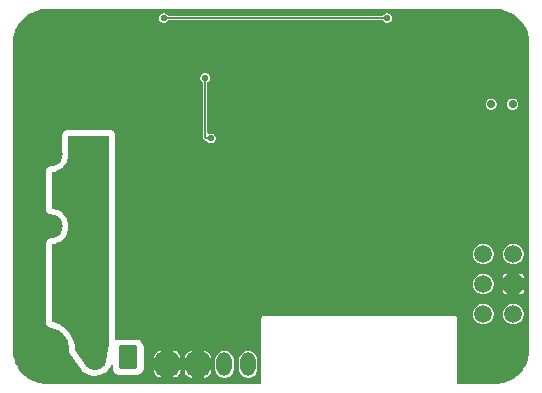
<source format=gbl>
G04*
G04 #@! TF.GenerationSoftware,Altium Limited,Altium Designer,20.1.8 (145)*
G04*
G04 Layer_Physical_Order=2*
G04 Layer_Color=16711680*
%FSAX44Y44*%
%MOMM*%
G71*
G04*
G04 #@! TF.SameCoordinates,4BD3250C-79EC-4D4E-AA4E-9321392E63C2*
G04*
G04*
G04 #@! TF.FilePolarity,Positive*
G04*
G01*
G75*
%ADD13C,0.1270*%
%ADD37C,1.0000*%
%ADD59C,1.5000*%
G04:AMPARAMS|DCode=60|XSize=1.5mm|YSize=1.5mm|CornerRadius=0.15mm|HoleSize=0mm|Usage=FLASHONLY|Rotation=180.000|XOffset=0mm|YOffset=0mm|HoleType=Round|Shape=RoundedRectangle|*
%AMROUNDEDRECTD60*
21,1,1.5000,1.2000,0,0,180.0*
21,1,1.2000,1.5000,0,0,180.0*
1,1,0.3000,-0.6000,0.6000*
1,1,0.3000,0.6000,0.6000*
1,1,0.3000,0.6000,-0.6000*
1,1,0.3000,-0.6000,-0.6000*
%
%ADD60ROUNDEDRECTD60*%
%ADD67O,4.0000X2.0000*%
%ADD68C,0.7000*%
%ADD69C,3.8000*%
%ADD70C,0.6700*%
G04:AMPARAMS|DCode=71|XSize=1.3mm|YSize=2mm|CornerRadius=0.65mm|HoleSize=0mm|Usage=FLASHONLY|Rotation=0.000|XOffset=0mm|YOffset=0mm|HoleType=Round|Shape=RoundedRectangle|*
%AMROUNDEDRECTD71*
21,1,1.3000,0.7000,0,0,0.0*
21,1,0.0000,2.0000,0,0,0.0*
1,1,1.3000,0.0000,-0.3500*
1,1,1.3000,0.0000,-0.3500*
1,1,1.3000,0.0000,0.3500*
1,1,1.3000,0.0000,0.3500*
%
%ADD71ROUNDEDRECTD71*%
G04:AMPARAMS|DCode=72|XSize=2mm|YSize=2mm|CornerRadius=0.5mm|HoleSize=0mm|Usage=FLASHONLY|Rotation=0.000|XOffset=0mm|YOffset=0mm|HoleType=Round|Shape=RoundedRectangle|*
%AMROUNDEDRECTD72*
21,1,2.0000,1.0000,0,0,0.0*
21,1,1.0000,2.0000,0,0,0.0*
1,1,1.0000,0.5000,-0.5000*
1,1,1.0000,-0.5000,-0.5000*
1,1,1.0000,-0.5000,0.5000*
1,1,1.0000,0.5000,0.5000*
%
%ADD72ROUNDEDRECTD72*%
G04:AMPARAMS|DCode=73|XSize=1.6mm|YSize=2mm|CornerRadius=0.16mm|HoleSize=0mm|Usage=FLASHONLY|Rotation=0.000|XOffset=0mm|YOffset=0mm|HoleType=Round|Shape=RoundedRectangle|*
%AMROUNDEDRECTD73*
21,1,1.6000,1.6800,0,0,0.0*
21,1,1.2800,2.0000,0,0,0.0*
1,1,0.3200,0.6400,-0.8400*
1,1,0.3200,-0.6400,-0.8400*
1,1,0.3200,-0.6400,0.8400*
1,1,0.3200,0.6400,0.8400*
%
%ADD73ROUNDEDRECTD73*%
%ADD74C,1.8000*%
%ADD75C,0.6600*%
%ADD76C,0.5600*%
G36*
X00030000Y00318591D02*
X00410000D01*
X00410051Y00318598D01*
X00412244Y00318512D01*
X00414474Y00318248D01*
X00416676Y00317809D01*
X00418838Y00317200D01*
X00420945Y00316423D01*
X00422984Y00315483D01*
X00424943Y00314385D01*
X00426810Y00313138D01*
X00428574Y00311747D01*
X00430223Y00310223D01*
X00431747Y00308574D01*
X00433138Y00306810D01*
X00434385Y00304943D01*
X00435482Y00302984D01*
X00436423Y00300945D01*
X00437200Y00298838D01*
X00437809Y00296677D01*
X00438247Y00294474D01*
X00438512Y00292244D01*
X00438550Y00291260D01*
X00438591Y00290000D01*
X00438591Y00290000D01*
X00438591Y00288761D01*
Y00030000D01*
X00438598Y00029949D01*
X00438512Y00027756D01*
X00438247Y00025526D01*
X00437809Y00023324D01*
X00437200Y00021162D01*
X00436423Y00019055D01*
X00435482Y00017016D01*
X00434385Y00015057D01*
X00433138Y00013190D01*
X00431747Y00011426D01*
X00430223Y00009777D01*
X00428574Y00008253D01*
X00426810Y00006862D01*
X00424943Y00005615D01*
X00422984Y00004518D01*
X00420945Y00003577D01*
X00418838Y00002800D01*
X00416676Y00002191D01*
X00414474Y00001752D01*
X00412244Y00001488D01*
X00411263Y00001450D01*
X00410000Y00001409D01*
X00410000Y00001409D01*
X00408752Y00001409D01*
X00377494D01*
Y00057227D01*
X00377396Y00057722D01*
X00377115Y00058142D01*
X00376695Y00058423D01*
X00376200Y00058522D01*
X00213121D01*
X00212626Y00058423D01*
X00212206Y00058142D01*
X00211925Y00057722D01*
X00211827Y00057227D01*
Y00001409D01*
X00030000D01*
X00029949Y00001402D01*
X00027756Y00001488D01*
X00025526Y00001752D01*
X00023324Y00002191D01*
X00021162Y00002800D01*
X00019055Y00003577D01*
X00017016Y00004518D01*
X00015057Y00005615D01*
X00013190Y00006862D01*
X00011426Y00008253D01*
X00009777Y00009777D01*
X00008253Y00011426D01*
X00006862Y00013190D01*
X00005615Y00015057D01*
X00004518Y00017016D01*
X00003577Y00019055D01*
X00002800Y00021162D01*
X00002191Y00023324D01*
X00001752Y00025526D01*
X00001488Y00027756D01*
X00001402Y00029949D01*
X00001409Y00030000D01*
Y00290223D01*
X00001488Y00292244D01*
X00001752Y00294474D01*
X00002191Y00296677D01*
X00002800Y00298838D01*
X00003577Y00300945D01*
X00004518Y00302984D01*
X00005615Y00304943D01*
X00006862Y00306810D01*
X00008253Y00308574D01*
X00009777Y00310223D01*
X00011426Y00311747D01*
X00013190Y00313138D01*
X00015057Y00314385D01*
X00017016Y00315483D01*
X00019055Y00316423D01*
X00021162Y00317200D01*
X00023324Y00317809D01*
X00025526Y00318248D01*
X00027756Y00318512D01*
X00029949Y00318598D01*
X00030000Y00318591D01*
D02*
G37*
%LPC*%
G36*
X00318314Y00315070D02*
X00317516Y00314991D01*
X00316749Y00314758D01*
X00316042Y00314380D01*
X00315422Y00313872D01*
X00314914Y00313252D01*
X00314727Y00312901D01*
X00132740Y00312901D01*
X00132552Y00313252D01*
X00132044Y00313872D01*
X00131424Y00314380D01*
X00130717Y00314758D01*
X00129950Y00314991D01*
X00129152Y00315070D01*
X00128354Y00314991D01*
X00127587Y00314758D01*
X00126880Y00314380D01*
X00126260Y00313872D01*
X00125752Y00313252D01*
X00125374Y00312545D01*
X00125141Y00311778D01*
X00125062Y00310980D01*
X00125141Y00310182D01*
X00125374Y00309415D01*
X00125752Y00308708D01*
X00126260Y00308088D01*
X00126880Y00307579D01*
X00127587Y00307201D01*
X00128354Y00306969D01*
X00129152Y00306890D01*
X00129950Y00306969D01*
X00130717Y00307201D01*
X00131424Y00307579D01*
X00132044Y00308088D01*
X00132552Y00308708D01*
X00132740Y00309058D01*
X00314727Y00309058D01*
X00314914Y00308708D01*
X00315422Y00308088D01*
X00316042Y00307579D01*
X00316749Y00307201D01*
X00317516Y00306969D01*
X00318314Y00306890D01*
X00319112Y00306969D01*
X00319879Y00307201D01*
X00320587Y00307579D01*
X00321206Y00308088D01*
X00321715Y00308708D01*
X00322093Y00309415D01*
X00322325Y00310182D01*
X00322404Y00310980D01*
X00322325Y00311778D01*
X00322093Y00312545D01*
X00321715Y00313252D01*
X00321206Y00313872D01*
X00320587Y00314380D01*
X00319879Y00314758D01*
X00319112Y00314991D01*
X00318314Y00315070D01*
D02*
G37*
G36*
X00145760Y00283670D02*
X00144780Y00283574D01*
X00143838Y00283288D01*
X00142969Y00282824D01*
X00142208Y00282199D01*
X00141583Y00281437D01*
X00141119Y00280569D01*
X00140833Y00279626D01*
X00140736Y00278646D01*
X00140833Y00277666D01*
X00141119Y00276723D01*
X00141583Y00275855D01*
X00142208Y00275093D01*
X00142969Y00274469D01*
X00143838Y00274004D01*
X00144780Y00273718D01*
X00145760Y00273622D01*
X00146741Y00273718D01*
X00147683Y00274004D01*
X00148552Y00274469D01*
X00149313Y00275093D01*
X00149938Y00275855D01*
X00150402Y00276723D01*
X00150688Y00277666D01*
X00150785Y00278646D01*
X00150688Y00279626D01*
X00150402Y00280569D01*
X00149938Y00281437D01*
X00149313Y00282199D01*
X00148552Y00282824D01*
X00147683Y00283288D01*
X00146741Y00283574D01*
X00145760Y00283670D01*
D02*
G37*
G36*
X00424384Y00242793D02*
X00423449Y00242701D01*
X00422550Y00242428D01*
X00421721Y00241985D01*
X00420995Y00241389D01*
X00420399Y00240663D01*
X00419956Y00239834D01*
X00419683Y00238935D01*
X00419591Y00238000D01*
X00419683Y00237065D01*
X00419956Y00236166D01*
X00420399Y00235337D01*
X00420995Y00234611D01*
X00421721Y00234015D01*
X00422550Y00233572D01*
X00423449Y00233299D01*
X00424384Y00233207D01*
X00425319Y00233299D01*
X00426218Y00233572D01*
X00427047Y00234015D01*
X00427773Y00234611D01*
X00428369Y00235337D01*
X00428812Y00236166D01*
X00429085Y00237065D01*
X00429177Y00238000D01*
X00429085Y00238935D01*
X00428812Y00239834D01*
X00428369Y00240663D01*
X00427773Y00241389D01*
X00427047Y00241985D01*
X00426218Y00242428D01*
X00425319Y00242701D01*
X00424384Y00242793D01*
D02*
G37*
G36*
X00406384D02*
X00405449Y00242701D01*
X00404550Y00242428D01*
X00403721Y00241985D01*
X00402995Y00241389D01*
X00402399Y00240663D01*
X00401956Y00239834D01*
X00401683Y00238935D01*
X00401591Y00238000D01*
X00401683Y00237065D01*
X00401956Y00236166D01*
X00402399Y00235337D01*
X00402995Y00234611D01*
X00403721Y00234015D01*
X00404550Y00233572D01*
X00405449Y00233299D01*
X00406384Y00233207D01*
X00407319Y00233299D01*
X00408218Y00233572D01*
X00409047Y00234015D01*
X00409773Y00234611D01*
X00410369Y00235337D01*
X00410812Y00236166D01*
X00411085Y00237065D01*
X00411177Y00238000D01*
X00411085Y00238935D01*
X00410812Y00239834D01*
X00410369Y00240663D01*
X00409773Y00241389D01*
X00409047Y00241985D01*
X00408218Y00242428D01*
X00407319Y00242701D01*
X00406384Y00242793D01*
D02*
G37*
G36*
X00164159Y00264338D02*
X00163361Y00264259D01*
X00162594Y00264026D01*
X00161887Y00263648D01*
X00161267Y00263140D01*
X00160759Y00262520D01*
X00160381Y00261813D01*
X00160148Y00261046D01*
X00160069Y00260248D01*
X00160148Y00259450D01*
X00160381Y00258683D01*
X00160759Y00257976D01*
X00161267Y00257356D01*
X00161887Y00256847D01*
X00162238Y00256660D01*
Y00209884D01*
X00162238Y00209884D01*
X00162303Y00209387D01*
X00162495Y00208923D01*
X00162800Y00208525D01*
X00163522Y00207803D01*
X00163523Y00207803D01*
X00163921Y00207498D01*
X00164384Y00207306D01*
X00164881Y00207240D01*
X00164881Y00207240D01*
X00165411D01*
X00165599Y00206890D01*
X00166107Y00206270D01*
X00166727Y00205761D01*
X00167434Y00205383D01*
X00168201Y00205151D01*
X00168999Y00205072D01*
X00169797Y00205151D01*
X00170564Y00205383D01*
X00171271Y00205761D01*
X00171891Y00206270D01*
X00172399Y00206890D01*
X00172777Y00207597D01*
X00173010Y00208364D01*
X00173089Y00209162D01*
X00173010Y00209960D01*
X00172777Y00210727D01*
X00172399Y00211434D01*
X00171891Y00212054D01*
X00171271Y00212562D01*
X00170564Y00212940D01*
X00169797Y00213173D01*
X00168999Y00213251D01*
X00168201Y00213173D01*
X00167434Y00212940D01*
X00167351Y00212896D01*
X00166080Y00213624D01*
Y00256660D01*
X00166431Y00256847D01*
X00167051Y00257356D01*
X00167560Y00257976D01*
X00167938Y00258683D01*
X00168170Y00259450D01*
X00168249Y00260248D01*
X00168170Y00261046D01*
X00167938Y00261813D01*
X00167560Y00262520D01*
X00167051Y00263140D01*
X00166431Y00263648D01*
X00165724Y00264026D01*
X00164957Y00264259D01*
X00164159Y00264338D01*
D02*
G37*
G36*
X00425066Y00120021D02*
X00423919Y00119946D01*
X00422791Y00119721D01*
X00421703Y00119352D01*
X00420672Y00118843D01*
X00419716Y00118205D01*
X00418851Y00117447D01*
X00418093Y00116582D01*
X00417455Y00115626D01*
X00416946Y00114595D01*
X00416577Y00113507D01*
X00416352Y00112379D01*
X00416277Y00111232D01*
X00416352Y00110085D01*
X00416577Y00108957D01*
X00416946Y00107869D01*
X00417455Y00106838D01*
X00418093Y00105882D01*
X00418851Y00105017D01*
X00419716Y00104259D01*
X00420672Y00103621D01*
X00421703Y00103112D01*
X00422791Y00102743D01*
X00423919Y00102518D01*
X00425066Y00102443D01*
X00426213Y00102518D01*
X00427341Y00102743D01*
X00428429Y00103112D01*
X00429460Y00103621D01*
X00430416Y00104259D01*
X00431281Y00105017D01*
X00432039Y00105882D01*
X00432677Y00106838D01*
X00433186Y00107869D01*
X00433555Y00108957D01*
X00433780Y00110085D01*
X00433855Y00111232D01*
X00433780Y00112379D01*
X00433555Y00113507D01*
X00433186Y00114595D01*
X00432677Y00115626D01*
X00432039Y00116582D01*
X00431281Y00117447D01*
X00430416Y00118205D01*
X00429460Y00118843D01*
X00428429Y00119352D01*
X00427341Y00119721D01*
X00426213Y00119946D01*
X00425066Y00120021D01*
D02*
G37*
G36*
X00399666D02*
X00398519Y00119946D01*
X00397391Y00119721D01*
X00396303Y00119352D01*
X00395272Y00118843D01*
X00394316Y00118205D01*
X00393451Y00117447D01*
X00392693Y00116582D01*
X00392055Y00115626D01*
X00391546Y00114595D01*
X00391177Y00113507D01*
X00390952Y00112379D01*
X00390877Y00111232D01*
X00390952Y00110085D01*
X00391177Y00108957D01*
X00391546Y00107869D01*
X00392055Y00106838D01*
X00392693Y00105882D01*
X00393451Y00105017D01*
X00394316Y00104259D01*
X00395272Y00103621D01*
X00396303Y00103112D01*
X00397391Y00102743D01*
X00398519Y00102518D01*
X00399666Y00102443D01*
X00400813Y00102518D01*
X00401941Y00102743D01*
X00403029Y00103112D01*
X00404060Y00103621D01*
X00405016Y00104259D01*
X00405881Y00105017D01*
X00406639Y00105882D01*
X00407277Y00106838D01*
X00407786Y00107869D01*
X00408155Y00108957D01*
X00408380Y00110085D01*
X00408455Y00111232D01*
X00408380Y00112379D01*
X00408155Y00113507D01*
X00407786Y00114595D01*
X00407277Y00115626D01*
X00406639Y00116582D01*
X00405881Y00117447D01*
X00405016Y00118205D01*
X00404060Y00118843D01*
X00403029Y00119352D01*
X00401941Y00119721D01*
X00400813Y00119946D01*
X00399666Y00120021D01*
D02*
G37*
G36*
X00431066Y00094626D02*
X00430146D01*
Y00090912D01*
X00433860D01*
Y00091832D01*
X00433765Y00092555D01*
X00433486Y00093229D01*
X00433042Y00093808D01*
X00432463Y00094252D01*
X00431789Y00094531D01*
X00431066Y00094626D01*
D02*
G37*
G36*
X00419986D02*
X00419066D01*
X00418343Y00094531D01*
X00417669Y00094252D01*
X00417090Y00093808D01*
X00416646Y00093229D01*
X00416367Y00092555D01*
X00416272Y00091832D01*
Y00090912D01*
X00419986D01*
Y00094626D01*
D02*
G37*
G36*
X00399666Y00094621D02*
X00398519Y00094546D01*
X00397391Y00094321D01*
X00396303Y00093952D01*
X00395272Y00093443D01*
X00394316Y00092805D01*
X00393451Y00092047D01*
X00392693Y00091182D01*
X00392055Y00090226D01*
X00391546Y00089195D01*
X00391177Y00088107D01*
X00390952Y00086979D01*
X00390877Y00085832D01*
X00390952Y00084685D01*
X00391177Y00083557D01*
X00391546Y00082469D01*
X00392055Y00081438D01*
X00392693Y00080482D01*
X00393451Y00079617D01*
X00394316Y00078859D01*
X00395272Y00078221D01*
X00396303Y00077712D01*
X00397391Y00077343D01*
X00398519Y00077118D01*
X00399666Y00077043D01*
X00400813Y00077118D01*
X00401941Y00077343D01*
X00403029Y00077712D01*
X00404060Y00078221D01*
X00405016Y00078859D01*
X00405881Y00079617D01*
X00406639Y00080482D01*
X00407277Y00081438D01*
X00407786Y00082469D01*
X00408155Y00083557D01*
X00408380Y00084685D01*
X00408455Y00085832D01*
X00408380Y00086979D01*
X00408155Y00088107D01*
X00407786Y00089195D01*
X00407277Y00090226D01*
X00406639Y00091182D01*
X00405881Y00092047D01*
X00405016Y00092805D01*
X00404060Y00093443D01*
X00403029Y00093952D01*
X00401941Y00094321D01*
X00400813Y00094546D01*
X00399666Y00094621D01*
D02*
G37*
G36*
X00433860Y00080752D02*
X00430146D01*
Y00077038D01*
X00431066D01*
X00431789Y00077133D01*
X00432463Y00077412D01*
X00433042Y00077856D01*
X00433486Y00078435D01*
X00433765Y00079109D01*
X00433860Y00079832D01*
Y00080752D01*
D02*
G37*
G36*
X00419986D02*
X00416272D01*
Y00079832D01*
X00416367Y00079109D01*
X00416646Y00078435D01*
X00417090Y00077856D01*
X00417669Y00077412D01*
X00418343Y00077133D01*
X00419066Y00077038D01*
X00419986D01*
Y00080752D01*
D02*
G37*
G36*
X00425066Y00069221D02*
X00423919Y00069146D01*
X00422791Y00068921D01*
X00421703Y00068552D01*
X00420672Y00068043D01*
X00419716Y00067405D01*
X00418851Y00066647D01*
X00418093Y00065782D01*
X00417455Y00064826D01*
X00416946Y00063795D01*
X00416577Y00062707D01*
X00416352Y00061579D01*
X00416277Y00060432D01*
X00416352Y00059285D01*
X00416577Y00058157D01*
X00416946Y00057069D01*
X00417455Y00056038D01*
X00418093Y00055082D01*
X00418851Y00054217D01*
X00419716Y00053459D01*
X00420672Y00052821D01*
X00421703Y00052312D01*
X00422791Y00051943D01*
X00423919Y00051718D01*
X00425066Y00051643D01*
X00426213Y00051718D01*
X00427341Y00051943D01*
X00428429Y00052312D01*
X00429460Y00052821D01*
X00430416Y00053459D01*
X00431281Y00054217D01*
X00432039Y00055082D01*
X00432677Y00056038D01*
X00433186Y00057069D01*
X00433555Y00058157D01*
X00433780Y00059285D01*
X00433855Y00060432D01*
X00433780Y00061579D01*
X00433555Y00062707D01*
X00433186Y00063795D01*
X00432677Y00064826D01*
X00432039Y00065782D01*
X00431281Y00066647D01*
X00430416Y00067405D01*
X00429460Y00068043D01*
X00428429Y00068552D01*
X00427341Y00068921D01*
X00426213Y00069146D01*
X00425066Y00069221D01*
D02*
G37*
G36*
X00399666D02*
X00398519Y00069146D01*
X00397391Y00068921D01*
X00396303Y00068552D01*
X00395272Y00068043D01*
X00394316Y00067405D01*
X00393451Y00066647D01*
X00392693Y00065782D01*
X00392055Y00064826D01*
X00391546Y00063795D01*
X00391177Y00062707D01*
X00390952Y00061579D01*
X00390877Y00060432D01*
X00390952Y00059285D01*
X00391177Y00058157D01*
X00391546Y00057069D01*
X00392055Y00056038D01*
X00392693Y00055082D01*
X00393451Y00054217D01*
X00394316Y00053459D01*
X00395272Y00052821D01*
X00396303Y00052312D01*
X00397391Y00051943D01*
X00398519Y00051718D01*
X00399666Y00051643D01*
X00400813Y00051718D01*
X00401941Y00051943D01*
X00403029Y00052312D01*
X00404060Y00052821D01*
X00405016Y00053459D01*
X00405881Y00054217D01*
X00406639Y00055082D01*
X00407277Y00056038D01*
X00407786Y00057069D01*
X00408155Y00058157D01*
X00408380Y00059285D01*
X00408455Y00060432D01*
X00408380Y00061579D01*
X00408155Y00062707D01*
X00407786Y00063795D01*
X00407277Y00064826D01*
X00406639Y00065782D01*
X00405881Y00066647D01*
X00405016Y00067405D01*
X00404060Y00068043D01*
X00403029Y00068552D01*
X00401941Y00068921D01*
X00400813Y00069146D01*
X00399666Y00069221D01*
D02*
G37*
G36*
X00137140Y00029287D02*
Y00023084D01*
X00143343D01*
X00143272Y00023988D01*
X00143042Y00024948D01*
X00142664Y00025859D01*
X00142148Y00026701D01*
X00141507Y00027451D01*
X00140757Y00028092D01*
X00139915Y00028608D01*
X00139004Y00028986D01*
X00138044Y00029216D01*
X00137140Y00029287D01*
D02*
G37*
G36*
X00126980D02*
X00126076Y00029216D01*
X00125117Y00028986D01*
X00124205Y00028608D01*
X00123363Y00028092D01*
X00122613Y00027451D01*
X00121972Y00026701D01*
X00121456Y00025859D01*
X00121078Y00024948D01*
X00120848Y00023988D01*
X00120777Y00023084D01*
X00126980D01*
Y00029287D01*
D02*
G37*
G36*
X00163048Y00029033D02*
Y00022830D01*
X00169251D01*
X00169180Y00023734D01*
X00168950Y00024694D01*
X00168572Y00025605D01*
X00168056Y00026447D01*
X00167415Y00027197D01*
X00166665Y00027838D01*
X00165823Y00028354D01*
X00164912Y00028732D01*
X00163952Y00028962D01*
X00163048Y00029033D01*
D02*
G37*
G36*
X00152888D02*
X00151984Y00028962D01*
X00151025Y00028732D01*
X00150113Y00028354D01*
X00149271Y00027838D01*
X00148521Y00027197D01*
X00147880Y00026447D01*
X00147364Y00025605D01*
X00146986Y00024694D01*
X00146756Y00023734D01*
X00146685Y00022830D01*
X00152888D01*
Y00029033D01*
D02*
G37*
G36*
X00083038Y00216486D02*
X00048362D01*
X00047366Y00216388D01*
X00046409Y00216098D01*
X00045526Y00215626D01*
X00044752Y00214991D01*
X00044118Y00214218D01*
X00043646Y00213335D01*
X00043355Y00212378D01*
X00043257Y00211382D01*
Y00195789D01*
X00043257Y00195788D01*
X00043178Y00194383D01*
X00042991Y00193279D01*
X00042681Y00192202D01*
X00042252Y00191167D01*
X00041710Y00190187D01*
X00041061Y00189273D01*
X00040315Y00188437D01*
X00039479Y00187691D01*
X00038565Y00187042D01*
X00037585Y00186500D01*
X00036550Y00186072D01*
X00035473Y00185761D01*
X00034369Y00185574D01*
X00034082Y00185558D01*
X00033728Y00185503D01*
X00033372Y00185467D01*
X00033235Y00185426D01*
X00033093Y00185404D01*
X00032757Y00185281D01*
X00032415Y00185177D01*
X00032288Y00185109D01*
X00032153Y00185060D01*
X00031848Y00184874D01*
X00031532Y00184705D01*
X00031421Y00184614D01*
X00031299Y00184540D01*
X00031035Y00184298D01*
X00030759Y00184070D01*
X00030668Y00183960D01*
X00030562Y00183862D01*
X00030351Y00183574D01*
X00030124Y00183297D01*
X00030056Y00183170D01*
X00029971Y00183055D01*
X00029821Y00182730D01*
X00029652Y00182414D01*
X00029610Y00182277D01*
X00029550Y00182147D01*
X00029465Y00181800D01*
X00029362Y00181457D01*
X00029348Y00181314D01*
X00029314Y00181175D01*
X00029299Y00180817D01*
X00029264Y00180461D01*
Y00149545D01*
X00029299Y00149189D01*
X00029314Y00148832D01*
X00029348Y00148692D01*
X00029362Y00148549D01*
X00029465Y00148207D01*
X00029550Y00147859D01*
X00029610Y00147729D01*
X00029652Y00147592D01*
X00029821Y00147276D01*
X00029971Y00146952D01*
X00030056Y00146836D01*
X00030124Y00146709D01*
X00030351Y00146433D01*
X00030562Y00146144D01*
X00030668Y00146046D01*
X00030759Y00145936D01*
X00031035Y00145709D01*
X00031299Y00145466D01*
X00031421Y00145392D01*
X00031532Y00145301D01*
X00031848Y00145132D01*
X00032153Y00144946D01*
X00032288Y00144897D01*
X00032415Y00144829D01*
X00032757Y00144725D01*
X00033093Y00144602D01*
X00033235Y00144580D01*
X00033372Y00144539D01*
X00033728Y00144504D01*
X00034082Y00144449D01*
X00034369Y00144432D01*
X00035473Y00144245D01*
X00036550Y00143935D01*
X00037585Y00143506D01*
X00038565Y00142964D01*
X00039479Y00142316D01*
X00040315Y00141569D01*
X00041061Y00140733D01*
X00041710Y00139820D01*
X00042252Y00138839D01*
X00042681Y00137804D01*
X00042991Y00136727D01*
X00043178Y00135623D01*
X00043241Y00134504D01*
X00043178Y00133385D01*
X00042991Y00132281D01*
X00042681Y00131204D01*
X00042252Y00130169D01*
X00041710Y00129189D01*
X00041061Y00128275D01*
X00040315Y00127439D01*
X00039479Y00126693D01*
X00038565Y00126044D01*
X00037585Y00125503D01*
X00036550Y00125074D01*
X00035473Y00124763D01*
X00034369Y00124576D01*
X00034082Y00124560D01*
X00033728Y00124505D01*
X00033372Y00124470D01*
X00033235Y00124428D01*
X00033093Y00124406D01*
X00032757Y00124283D01*
X00032415Y00124179D01*
X00032288Y00124112D01*
X00032153Y00124062D01*
X00031848Y00123876D01*
X00031532Y00123708D01*
X00031421Y00123616D01*
X00031299Y00123542D01*
X00031035Y00123300D01*
X00030759Y00123073D01*
X00030668Y00122962D01*
X00030562Y00122865D01*
X00030351Y00122576D01*
X00030124Y00122299D01*
X00030056Y00122173D01*
X00029971Y00122057D01*
X00029821Y00121732D01*
X00029652Y00121417D01*
X00029610Y00121279D01*
X00029550Y00121149D01*
X00029465Y00120802D01*
X00029362Y00120459D01*
X00029348Y00120316D01*
X00029314Y00120177D01*
X00029299Y00119819D01*
X00029264Y00119463D01*
Y00053696D01*
X00029307Y00053254D01*
X00029341Y00052810D01*
X00029356Y00052756D01*
X00029362Y00052700D01*
X00029490Y00052276D01*
X00029611Y00051846D01*
X00029636Y00051796D01*
X00029652Y00051743D01*
X00029861Y00051351D01*
X00030063Y00050954D01*
X00030097Y00050910D01*
X00030124Y00050860D01*
X00030406Y00050516D01*
X00030681Y00050166D01*
X00030723Y00050130D01*
X00030759Y00050087D01*
X00031103Y00049804D01*
X00031440Y00049515D01*
X00031489Y00049488D01*
X00031532Y00049452D01*
X00031925Y00049242D01*
X00032312Y00049024D01*
X00032365Y00049007D01*
X00032415Y00048980D01*
X00032840Y00048851D01*
X00033263Y00048713D01*
X00034916Y00048346D01*
X00036496Y00047848D01*
X00038027Y00047214D01*
X00039497Y00046449D01*
X00040894Y00045559D01*
X00042209Y00044550D01*
X00043430Y00043430D01*
X00044550Y00042209D01*
X00045559Y00040894D01*
X00046449Y00039497D01*
X00047214Y00038027D01*
X00047848Y00036496D01*
X00048346Y00034916D01*
X00048705Y00033298D01*
X00048921Y00031655D01*
X00048994Y00030000D01*
X00048983Y00029764D01*
X00048991Y00029621D01*
X00048979Y00029479D01*
X00049018Y00029123D01*
X00049038Y00028765D01*
X00049073Y00028626D01*
X00049089Y00028484D01*
X00049197Y00028142D01*
X00049286Y00027795D01*
X00049348Y00027667D01*
X00049391Y00027530D01*
X00049564Y00027216D01*
X00049719Y00026893D01*
X00049805Y00026779D01*
X00049874Y00026654D01*
X00058705Y00013781D01*
X00058921Y00013523D01*
X00059121Y00013252D01*
X00059580Y00012742D01*
X00059830Y00012514D01*
X00060065Y00012271D01*
X00061111Y00011381D01*
X00061389Y00011188D01*
X00061654Y00010978D01*
X00062808Y00010234D01*
X00063109Y00010080D01*
X00063400Y00009906D01*
X00064642Y00009322D01*
X00064961Y00009208D01*
X00065272Y00009075D01*
X00066581Y00008660D01*
X00066912Y00008589D01*
X00067237Y00008498D01*
X00068590Y00008260D01*
X00068927Y00008234D01*
X00069262Y00008187D01*
X00070634Y00008129D01*
X00070971Y00008148D01*
X00071310Y00008145D01*
X00072677Y00008269D01*
X00073009Y00008333D01*
X00073345Y00008375D01*
X00074684Y00008679D01*
X00075005Y00008786D01*
X00075332Y00008872D01*
X00076619Y00009350D01*
X00076924Y00009498D01*
X00077236Y00009627D01*
X00078449Y00010271D01*
X00078731Y00010458D01*
X00079024Y00010627D01*
X00080141Y00011426D01*
X00080395Y00011649D01*
X00080664Y00011855D01*
X00081665Y00012794D01*
X00081888Y00013049D01*
X00082127Y00013289D01*
X00082995Y00014352D01*
X00083182Y00014634D01*
X00083387Y00014903D01*
X00084107Y00016072D01*
X00084256Y00016376D01*
X00084423Y00016670D01*
X00084721Y00017339D01*
X00085991Y00017068D01*
Y00015192D01*
X00086074Y00014144D01*
X00086319Y00013121D01*
X00086722Y00012150D01*
X00087271Y00011253D01*
X00087954Y00010454D01*
X00088753Y00009771D01*
X00089650Y00009222D01*
X00090621Y00008819D01*
X00091644Y00008574D01*
X00092692Y00008491D01*
X00105492D01*
X00106540Y00008574D01*
X00107563Y00008819D01*
X00108534Y00009222D01*
X00109431Y00009771D01*
X00110230Y00010454D01*
X00110913Y00011253D01*
X00111462Y00012150D01*
X00111865Y00013121D01*
X00112110Y00014144D01*
X00112193Y00015192D01*
Y00031992D01*
X00112110Y00033040D01*
X00111865Y00034063D01*
X00111462Y00035034D01*
X00110913Y00035931D01*
X00110230Y00036730D01*
X00109431Y00037413D01*
X00108534Y00037962D01*
X00107563Y00038365D01*
X00106540Y00038610D01*
X00105492Y00038693D01*
X00092692D01*
X00091644Y00038610D01*
X00090621Y00038365D01*
X00089650Y00037962D01*
X00089412Y00037817D01*
X00088142Y00038528D01*
X00088142Y00211382D01*
X00088044Y00212378D01*
X00087754Y00213335D01*
X00087282Y00214218D01*
X00086647Y00214991D01*
X00085874Y00215626D01*
X00084991Y00216098D01*
X00084034Y00216388D01*
X00083038Y00216486D01*
D02*
G37*
G36*
X00143343Y00012924D02*
X00137140D01*
Y00006721D01*
X00138044Y00006792D01*
X00139004Y00007023D01*
X00139915Y00007400D01*
X00140757Y00007916D01*
X00141507Y00008557D01*
X00142148Y00009307D01*
X00142664Y00010149D01*
X00143042Y00011061D01*
X00143272Y00012020D01*
X00143343Y00012924D01*
D02*
G37*
G36*
X00126980D02*
X00120777D01*
X00120848Y00012020D01*
X00121078Y00011061D01*
X00121456Y00010149D01*
X00121972Y00009307D01*
X00122613Y00008557D01*
X00123363Y00007916D01*
X00124205Y00007400D01*
X00125117Y00007023D01*
X00126076Y00006792D01*
X00126980Y00006721D01*
Y00012924D01*
D02*
G37*
G36*
X00169251Y00012670D02*
X00163048D01*
Y00006467D01*
X00163952Y00006538D01*
X00164912Y00006769D01*
X00165823Y00007146D01*
X00166665Y00007662D01*
X00167415Y00008303D01*
X00168056Y00009053D01*
X00168572Y00009895D01*
X00168950Y00010806D01*
X00169180Y00011766D01*
X00169251Y00012670D01*
D02*
G37*
G36*
X00152888D02*
X00146685D01*
X00146756Y00011766D01*
X00146986Y00010806D01*
X00147364Y00009895D01*
X00147880Y00009053D01*
X00148521Y00008303D01*
X00149271Y00007662D01*
X00150113Y00007146D01*
X00151025Y00006769D01*
X00151984Y00006538D01*
X00152888Y00006467D01*
Y00012670D01*
D02*
G37*
G36*
X00200640Y00029044D02*
X00199421Y00028948D01*
X00198232Y00028663D01*
X00197102Y00028195D01*
X00196059Y00027556D01*
X00195129Y00026761D01*
X00194335Y00025831D01*
X00193696Y00024788D01*
X00193228Y00023659D01*
X00192942Y00022469D01*
X00192846Y00021250D01*
Y00014250D01*
X00192942Y00013031D01*
X00193228Y00011842D01*
X00193696Y00010712D01*
X00194335Y00009669D01*
X00195129Y00008739D01*
X00196059Y00007944D01*
X00197102Y00007305D01*
X00198232Y00006837D01*
X00199421Y00006552D01*
X00200640Y00006456D01*
X00201859Y00006552D01*
X00203048Y00006837D01*
X00204178Y00007305D01*
X00205221Y00007944D01*
X00206151Y00008739D01*
X00206945Y00009669D01*
X00207584Y00010712D01*
X00208053Y00011842D01*
X00208338Y00013031D01*
X00208434Y00014250D01*
Y00021250D01*
X00208338Y00022469D01*
X00208053Y00023659D01*
X00207584Y00024788D01*
X00206945Y00025831D01*
X00206151Y00026761D01*
X00205221Y00027556D01*
X00204178Y00028195D01*
X00203048Y00028663D01*
X00201859Y00028948D01*
X00200640Y00029044D01*
D02*
G37*
G36*
X00180524D02*
X00179305Y00028948D01*
X00178116Y00028663D01*
X00176986Y00028195D01*
X00175943Y00027556D01*
X00175013Y00026761D01*
X00174219Y00025831D01*
X00173580Y00024788D01*
X00173111Y00023659D01*
X00172826Y00022469D01*
X00172730Y00021250D01*
Y00014250D01*
X00172826Y00013031D01*
X00173111Y00011842D01*
X00173580Y00010712D01*
X00174219Y00009669D01*
X00175013Y00008739D01*
X00175943Y00007944D01*
X00176986Y00007305D01*
X00178116Y00006837D01*
X00179305Y00006552D01*
X00180524Y00006456D01*
X00181743Y00006552D01*
X00182932Y00006837D01*
X00184062Y00007305D01*
X00185105Y00007944D01*
X00186035Y00008739D01*
X00186829Y00009669D01*
X00187468Y00010712D01*
X00187937Y00011842D01*
X00188222Y00013031D01*
X00188318Y00014250D01*
Y00021250D01*
X00188222Y00022469D01*
X00187937Y00023659D01*
X00187468Y00024788D01*
X00186829Y00025831D01*
X00186035Y00026761D01*
X00185105Y00027556D01*
X00184062Y00028195D01*
X00182932Y00028663D01*
X00181743Y00028948D01*
X00180524Y00029044D01*
D02*
G37*
%LPD*%
G36*
X00083038Y00034778D02*
X00080515Y00020662D01*
X00080515Y00020662D01*
X00080321Y00020004D01*
X00079761Y00018750D01*
X00079041Y00017581D01*
X00078173Y00016517D01*
X00077171Y00015578D01*
X00076055Y00014779D01*
X00074842Y00014135D01*
X00073555Y00013657D01*
X00072216Y00013353D01*
X00070848Y00013229D01*
X00069476Y00013287D01*
X00068124Y00013525D01*
X00066816Y00013941D01*
X00065573Y00014525D01*
X00064419Y00015269D01*
X00063373Y00016158D01*
X00062914Y00016669D01*
X00054083Y00029541D01*
X00054103Y00030000D01*
X00054011Y00032101D01*
X00053737Y00034186D01*
X00053282Y00036238D01*
X00052649Y00038244D01*
X00051845Y00040186D01*
X00050874Y00042052D01*
X00049744Y00043825D01*
X00048464Y00045493D01*
X00047043Y00047043D01*
X00045493Y00048464D01*
X00043825Y00049744D01*
X00042052Y00050874D01*
X00040186Y00051845D01*
X00038244Y00052649D01*
X00036238Y00053282D01*
X00034368Y00053696D01*
Y00119463D01*
X00034941Y00119495D01*
X00036611Y00119779D01*
X00038238Y00120248D01*
X00039803Y00120896D01*
X00041286Y00121715D01*
X00042667Y00122696D01*
X00043930Y00123824D01*
X00045059Y00125087D01*
X00046039Y00126468D01*
X00046858Y00127951D01*
X00047506Y00129516D01*
X00047975Y00131143D01*
X00048259Y00132813D01*
X00048354Y00134504D01*
X00048259Y00136195D01*
X00047975Y00137865D01*
X00047506Y00139493D01*
X00046858Y00141058D01*
X00046039Y00142540D01*
X00045059Y00143921D01*
X00043930Y00145184D01*
X00042667Y00146313D01*
X00041286Y00147293D01*
X00039803Y00148112D01*
X00038238Y00148760D01*
X00036611Y00149229D01*
X00034941Y00149513D01*
X00034368Y00149545D01*
Y00180461D01*
X00034941Y00180493D01*
X00036611Y00180777D01*
X00038238Y00181246D01*
X00039803Y00181894D01*
X00041286Y00182713D01*
X00042667Y00183693D01*
X00043930Y00184822D01*
X00045059Y00186085D01*
X00046039Y00187466D01*
X00046858Y00188949D01*
X00047506Y00190514D01*
X00047975Y00192141D01*
X00048259Y00193811D01*
X00048354Y00195502D01*
X00048362D01*
Y00211382D01*
X00083038D01*
X00083038Y00034778D01*
D02*
G37*
D13*
X00164159Y00209884D02*
Y00260248D01*
X00164881Y00209162D02*
X00168999D01*
X00164159Y00209884D02*
X00164881Y00209162D01*
X00129152Y00310980D02*
X00318314Y00310980D01*
D37*
X00145760Y00278646D02*
D03*
D59*
D03*
X00425066Y00111232D02*
D03*
Y00060432D02*
D03*
X00399666D02*
D03*
Y00085832D02*
D03*
Y00111232D02*
D03*
D60*
X00425066Y00085832D02*
D03*
D67*
X00023250Y00195502D02*
D03*
Y00134504D02*
D03*
X00416750Y00195502D02*
D03*
Y00134504D02*
D03*
D68*
X00424384Y00238000D02*
D03*
X00406384D02*
D03*
D69*
X00410000Y00290000D02*
D03*
Y00030000D02*
D03*
X00030000D02*
D03*
Y00290000D02*
D03*
D70*
X00145760Y00278646D02*
D03*
D71*
X00200640Y00017750D02*
D03*
X00180524D02*
D03*
D72*
X00157968D02*
D03*
X00132060Y00018004D02*
D03*
D73*
X00099092Y00023592D02*
D03*
D74*
X00070592D02*
D03*
D75*
X00231628Y00244328D02*
D03*
X00223739D02*
D03*
X00215611D02*
D03*
X00207498D02*
D03*
X00196192Y00261366D02*
D03*
X00170688Y00254742D02*
D03*
X00203873Y00066967D02*
D03*
X00027412Y00250283D02*
D03*
Y00241976D02*
D03*
Y00233340D02*
D03*
X00175006Y00142631D02*
D03*
X00366432Y00235972D02*
D03*
X00185119Y00254742D02*
D03*
X00177903D02*
D03*
X00192335Y00254996D02*
D03*
X00308430Y00290380D02*
D03*
X00188976Y00261366D02*
D03*
X00372964Y00240520D02*
D03*
X00172000Y00032746D02*
D03*
X00181140D02*
D03*
X00077915Y00207984D02*
D03*
X00135294Y00032746D02*
D03*
X00300549Y00290380D02*
D03*
X00174544Y00261366D02*
D03*
X00292668Y00290380D02*
D03*
X00201300Y00186055D02*
D03*
X00284370Y00290380D02*
D03*
X00276073D02*
D03*
X00080618Y00279246D02*
D03*
X00415290Y00238000D02*
D03*
X00055472Y00047780D02*
D03*
X00126117Y00032746D02*
D03*
X00054314Y00190226D02*
D03*
X00062181D02*
D03*
X00070048D02*
D03*
X00077915D02*
D03*
X00054314Y00136449D02*
D03*
X00062181D02*
D03*
X00070048D02*
D03*
X00077915D02*
D03*
X00144470Y00032746D02*
D03*
X00162823D02*
D03*
X00078735Y00047780D02*
D03*
X00070981D02*
D03*
X00063226D02*
D03*
X00055472Y00066530D02*
D03*
X00063226D02*
D03*
X00070981D02*
D03*
X00078735D02*
D03*
X00077915Y00119018D02*
D03*
X00070048D02*
D03*
X00062181D02*
D03*
X00054314D02*
D03*
X00063480Y00039350D02*
D03*
X00071234D02*
D03*
X00078989D02*
D03*
X00259478Y00290380D02*
D03*
X00267776D02*
D03*
X00153647Y00032746D02*
D03*
X00070048Y00207984D02*
D03*
X00062181D02*
D03*
X00054314D02*
D03*
X00207498Y00236962D02*
D03*
X00231628Y00237216D02*
D03*
X00215611Y00237000D02*
D03*
X00223739D02*
D03*
X00070618Y00279246D02*
D03*
X00060618D02*
D03*
X00181760Y00261366D02*
D03*
X00195156Y00091420D02*
D03*
X00091864Y00279246D02*
D03*
X00100171D02*
D03*
X00108807D02*
D03*
D76*
X00164159Y00260248D02*
D03*
X00168999Y00209162D02*
D03*
X00318314Y00310980D02*
D03*
X00129152D02*
D03*
M02*

</source>
